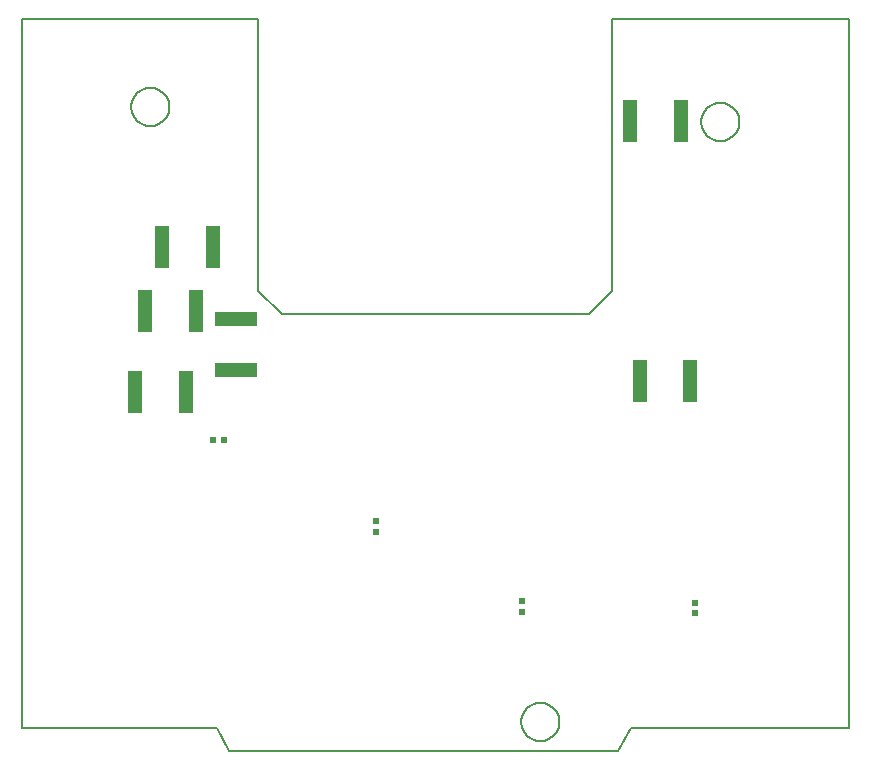
<source format=gbr>
G04 PROTEUS GERBER X2 FILE*
%TF.GenerationSoftware,Labcenter,Proteus,8.12-SP2-Build31155*%
%TF.CreationDate,2022-12-03T19:28:30+00:00*%
%TF.FileFunction,Paste,Bot*%
%TF.FilePolarity,Positive*%
%TF.Part,Single*%
%TF.SameCoordinates,{ab386329-c5d6-4b76-aca3-cb6d5b16447b}*%
%FSLAX45Y45*%
%MOMM*%
G01*
%TA.AperFunction,Material*%
%ADD43R,0.609600X0.609600*%
%ADD44R,1.295400X3.606800*%
%ADD45R,3.606800X1.295400*%
%TA.AperFunction,Profile*%
%ADD20C,0.203200*%
%TD.AperFunction*%
D43*
X+3000000Y+1750000D03*
X+3000000Y+1660000D03*
D44*
X+1190000Y+4070000D03*
X+1620000Y+4070000D03*
X+5150000Y+5140000D03*
X+5580000Y+5140000D03*
X+5230000Y+2940000D03*
X+5660000Y+2940000D03*
D43*
X+5700000Y+970000D03*
X+5700000Y+1060000D03*
X+4230000Y+980000D03*
X+4230000Y+1070000D03*
D44*
X+1040000Y+3530000D03*
X+1470000Y+3530000D03*
D45*
X+1810000Y+3030000D03*
X+1810000Y+3460000D03*
D44*
X+1390000Y+2840000D03*
X+960000Y+2840000D03*
D43*
X+1620000Y+2440000D03*
X+1710000Y+2440000D03*
D20*
X+0Y+0D02*
X+1650000Y+0D01*
X+7000000Y+0D02*
X+7000000Y+6000000D01*
X+5000000Y+6000000D01*
X+5000000Y+3700000D01*
X+4800000Y+3500000D01*
X+2200000Y+3500000D01*
X+2000000Y+3700000D02*
X+2000000Y+6000000D01*
X+0Y+6000000D01*
X+0Y+0D01*
X+2000000Y+3700000D02*
X+2200000Y+3500000D01*
X+5160000Y+0D02*
X+7000000Y+0D01*
X+1750000Y-200000D02*
X+5050000Y-200000D01*
X+1650000Y+0D02*
X+1750000Y-200000D01*
X+5160000Y+0D02*
X+5050000Y-200000D01*
X+4550045Y+50000D02*
X+4549508Y+63142D01*
X+4545144Y+89427D01*
X+4536029Y+115712D01*
X+4521182Y+141997D01*
X+4498470Y+168118D01*
X+4472185Y+187898D01*
X+4445900Y+200658D01*
X+4419615Y+208108D01*
X+4393330Y+210987D01*
X+4389000Y+211045D01*
X+4227955Y+50000D02*
X+4228492Y+63142D01*
X+4232856Y+89427D01*
X+4241971Y+115712D01*
X+4256818Y+141997D01*
X+4279530Y+168118D01*
X+4305815Y+187898D01*
X+4332100Y+200658D01*
X+4358385Y+208108D01*
X+4384670Y+210987D01*
X+4389000Y+211045D01*
X+4227955Y+50000D02*
X+4228492Y+36858D01*
X+4232856Y+10573D01*
X+4241971Y-15712D01*
X+4256818Y-41997D01*
X+4279530Y-68118D01*
X+4305815Y-87898D01*
X+4332100Y-100658D01*
X+4358385Y-108108D01*
X+4384670Y-110987D01*
X+4389000Y-111045D01*
X+4550045Y+50000D02*
X+4549508Y+36858D01*
X+4545144Y+10573D01*
X+4536029Y-15712D01*
X+4521182Y-41997D01*
X+4498470Y-68118D01*
X+4472185Y-87898D01*
X+4445900Y-100658D01*
X+4419615Y-108108D01*
X+4393330Y-110987D01*
X+4389000Y-111045D01*
X+6074045Y+5130000D02*
X+6073508Y+5143142D01*
X+6069144Y+5169427D01*
X+6060029Y+5195712D01*
X+6045182Y+5221997D01*
X+6022470Y+5248118D01*
X+5996185Y+5267898D01*
X+5969900Y+5280658D01*
X+5943615Y+5288108D01*
X+5917330Y+5290987D01*
X+5913000Y+5291045D01*
X+5751955Y+5130000D02*
X+5752492Y+5143142D01*
X+5756856Y+5169427D01*
X+5765971Y+5195712D01*
X+5780818Y+5221997D01*
X+5803530Y+5248118D01*
X+5829815Y+5267898D01*
X+5856100Y+5280658D01*
X+5882385Y+5288108D01*
X+5908670Y+5290987D01*
X+5913000Y+5291045D01*
X+5751955Y+5130000D02*
X+5752492Y+5116858D01*
X+5756856Y+5090573D01*
X+5765971Y+5064288D01*
X+5780818Y+5038003D01*
X+5803530Y+5011882D01*
X+5829815Y+4992102D01*
X+5856100Y+4979342D01*
X+5882385Y+4971892D01*
X+5908670Y+4969013D01*
X+5913000Y+4968955D01*
X+6074045Y+5130000D02*
X+6073508Y+5116858D01*
X+6069144Y+5090573D01*
X+6060029Y+5064288D01*
X+6045182Y+5038003D01*
X+6022470Y+5011882D01*
X+5996185Y+4992102D01*
X+5969900Y+4979342D01*
X+5943615Y+4971892D01*
X+5917330Y+4969013D01*
X+5913000Y+4968955D01*
X+1248045Y+5257000D02*
X+1247508Y+5270142D01*
X+1243144Y+5296427D01*
X+1234029Y+5322712D01*
X+1219182Y+5348997D01*
X+1196470Y+5375118D01*
X+1170185Y+5394898D01*
X+1143900Y+5407658D01*
X+1117615Y+5415108D01*
X+1091330Y+5417987D01*
X+1087000Y+5418045D01*
X+925955Y+5257000D02*
X+926492Y+5270142D01*
X+930856Y+5296427D01*
X+939971Y+5322712D01*
X+954818Y+5348997D01*
X+977530Y+5375118D01*
X+1003815Y+5394898D01*
X+1030100Y+5407658D01*
X+1056385Y+5415108D01*
X+1082670Y+5417987D01*
X+1087000Y+5418045D01*
X+925955Y+5257000D02*
X+926492Y+5243858D01*
X+930856Y+5217573D01*
X+939971Y+5191288D01*
X+954818Y+5165003D01*
X+977530Y+5138882D01*
X+1003815Y+5119102D01*
X+1030100Y+5106342D01*
X+1056385Y+5098892D01*
X+1082670Y+5096013D01*
X+1087000Y+5095955D01*
X+1248045Y+5257000D02*
X+1247508Y+5243858D01*
X+1243144Y+5217573D01*
X+1234029Y+5191288D01*
X+1219182Y+5165003D01*
X+1196470Y+5138882D01*
X+1170185Y+5119102D01*
X+1143900Y+5106342D01*
X+1117615Y+5098892D01*
X+1091330Y+5096013D01*
X+1087000Y+5095955D01*
M02*

</source>
